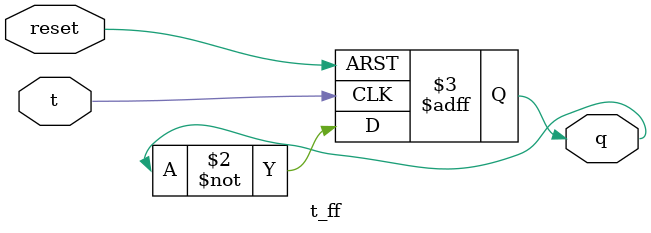
<source format=sv>
`timescale 1ns / 1ps

module t_ff(
    input logic t, reset,
    output logic q
    );
    
    always_ff @(posedge reset, posedge t)
    begin
        if (reset)
            q <= 0;
        else
            if (t)
                q <= ~q;
            else
                q <= q;
    end
endmodule
</source>
